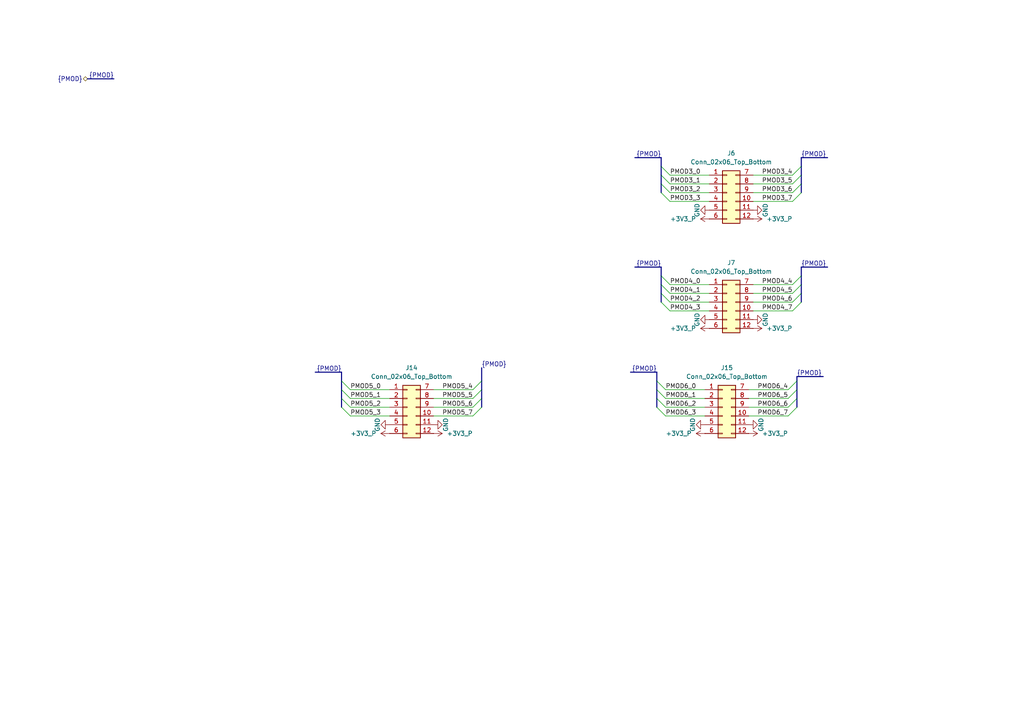
<source format=kicad_sch>
(kicad_sch (version 20250114) (generator "eeschema") (generator_version "9.0")
  (paper "A4")
  (title_block (date "2025-04-18") (rev "${rev}") (company "${name}") (comment 1 "${author}"))
  (lib_symbols
    (symbol "Library_Symbol:+1V0" (power) (pin_numbers (hide yes)) (pin_names (offset 0) (hide yes))
      (property "Value" "+1V0" (at 0 3.556 0))
      (symbol "+1V0_0_1"
        (polyline (pts (xy -0.762 1.27) (xy 0 2.54)))
        (polyline (pts (xy 0 2.54) (xy 0.762 1.27)))
        (polyline (pts (xy 0 0) (xy 0 2.54)))
      )
      (symbol "+1V0_1_1"
        (pin power_in line (at 0 0 90) (length 0) (name "~") (number "1"))
      )
    )
    (symbol "Library_Symbol:Conn_02x06_Top_Bottom" (pin_names (offset 1.016) (hide yes))
      (property "Reference" "J4" (at 1.27 11.43 0))
      (property "Value" "Conn_02x06_Top_Bottom" (at 1.27 8.89 0))
      (symbol "Conn_02x06_Top_Bottom_1_1"
        (rectangle (start -1.27 6.35) (end 3.81 -8.89) (stroke (width 0.254)) (fill (type background)))
        (rectangle (start -1.27 5.207) (end 0 4.953) (stroke (width 0.1524)))
        (rectangle (start -1.27 2.667) (end 0 2.413) (stroke (width 0.1524)))
        (rectangle (start -1.27 0.127) (end 0 -0.127) (stroke (width 0.1524)))
        (rectangle (start -1.27 -2.413) (end 0 -2.667) (stroke (width 0.1524)))
        (rectangle (start -1.27 -4.953) (end 0 -5.207) (stroke (width 0.1524)))
        (rectangle (start -1.27 -7.493) (end 0 -7.747) (stroke (width 0.1524)))
        (rectangle (start 3.81 5.207) (end 2.54 4.953) (stroke (width 0.1524)))
        (rectangle (start 3.81 2.667) (end 2.54 2.413) (stroke (width 0.1524)))
        (rectangle (start 3.81 0.127) (end 2.54 -0.127) (stroke (width 0.1524)))
        (rectangle (start 3.81 -2.413) (end 2.54 -2.667) (stroke (width 0.1524)))
        (rectangle (start 3.81 -4.953) (end 2.54 -5.207) (stroke (width 0.1524)))
        (rectangle (start 3.81 -7.493) (end 2.54 -7.747) (stroke (width 0.1524)))
        (pin passive line (at -5.08 5.08 0) (length 3.81) (name "Pin_1") (number "1"))
        (pin passive line (at -5.08 2.54 0) (length 3.81) (name "Pin_2") (number "2"))
        (pin passive line (at -5.08 0 0) (length 3.81) (name "Pin_3") (number "3"))
        (pin passive line (at -5.08 -2.54 0) (length 3.81) (name "Pin_4") (number "4"))
        (pin passive line (at -5.08 -5.08 0) (length 3.81) (name "Pin_5") (number "5"))
        (pin passive line (at -5.08 -7.62 0) (length 3.81) (name "Pin_6") (number "6"))
        (pin passive line (at 7.62 5.08 180) (length 3.81) (name "Pin_7") (number "7"))
        (pin passive line (at 7.62 2.54 180) (length 3.81) (name "Pin_8") (number "8"))
        (pin passive line (at 7.62 0 180) (length 3.81) (name "Pin_9") (number "9"))
        (pin passive line (at 7.62 -2.54 180) (length 3.81) (name "Pin_10") (number "10"))
        (pin passive line (at 7.62 -5.08 180) (length 3.81) (name "Pin_11") (number "11"))
        (pin passive line (at 7.62 -7.62 180) (length 3.81) (name "Pin_12") (number "12"))
      )
    )
    (symbol "Library_Symbol:GND" (power) (pin_numbers (hide yes)) (pin_names (offset 0) (hide yes))
      (property "Value" "GND" (at 0 -3.81 0))
      (symbol "GND_0_1"
        (polyline (pts (xy 0 0) (xy 0 -1.27) (xy 1.27 -1.27) (xy 0 -2.54) (xy -1.27 -1.27) (xy 0 -1.27)))
      )
      (symbol "GND_1_1"
        (pin power_in line (at 0 0 270) (length 0) (name "~") (number "1"))
      )
    )
  )
  (bus_entry (at 191.77 87.63) (size 2.54 2.54))
  (bus_entry (at 232.41 87.63) (size -2.54 2.54))
  (bus_entry (at 191.77 85.09) (size 2.54 2.54))
  (bus_entry (at 232.41 48.26) (size -2.54 2.54))
  (bus_entry (at 232.41 53.34) (size -2.54 2.54))
  (bus_entry (at 191.77 80.01) (size 2.54 2.54))
  (bus_entry (at 139.7 115.57) (size -2.54 2.54))
  (bus_entry (at 191.77 53.34) (size 2.54 2.54))
  (bus_entry (at 231.14 118.11) (size -2.54 2.54))
  (bus_entry (at 190.5 110.49) (size 2.54 2.54))
  (bus_entry (at 99.06 115.57) (size 2.54 2.54))
  (bus_entry (at 99.06 110.49) (size 2.54 2.54))
  (bus_entry (at 232.41 80.01) (size -2.54 2.54))
  (bus_entry (at 99.06 113.03) (size 2.54 2.54))
  (bus_entry (at 191.77 55.88) (size 2.54 2.54))
  (bus_entry (at 139.7 118.11) (size -2.54 2.54))
  (bus_entry (at 231.14 113.03) (size -2.54 2.54))
  (bus_entry (at 232.41 82.55) (size -2.54 2.54))
  (bus_entry (at 99.06 118.11) (size 2.54 2.54))
  (bus_entry (at 232.41 55.88) (size -2.54 2.54))
  (bus_entry (at 191.77 50.8) (size 2.54 2.54))
  (bus_entry (at 231.14 115.57) (size -2.54 2.54))
  (bus_entry (at 139.7 113.03) (size -2.54 2.54))
  (bus_entry (at 232.41 50.8) (size -2.54 2.54))
  (bus_entry (at 139.7 110.49) (size -2.54 2.54))
  (bus_entry (at 191.77 82.55) (size 2.54 2.54))
  (bus_entry (at 231.14 110.49) (size -2.54 2.54))
  (bus_entry (at 191.77 48.26) (size 2.54 2.54))
  (bus_entry (at 190.5 113.03) (size 2.54 2.54))
  (bus_entry (at 232.41 85.09) (size -2.54 2.54))
  (bus_entry (at 190.5 118.11) (size 2.54 2.54))
  (bus_entry (at 190.5 115.57) (size 2.54 2.54))
  (bus (pts (xy 191.77 80.01) (xy 191.77 82.55)))
  (wire (pts (xy 217.17 118.11) (xy 228.6 118.11)))
  (bus (pts (xy 139.7 106.68) (xy 139.7 110.49)))
  (bus (pts (xy 238.76 109.22) (xy 231.14 109.22)))
  (wire (pts (xy 194.31 90.17) (xy 205.74 90.17)))
  (wire (pts (xy 218.44 85.09) (xy 229.87 85.09)))
  (wire (pts (xy 101.6 120.65) (xy 113.03 120.65)))
  (bus (pts (xy 99.06 110.49) (xy 99.06 113.03)))
  (wire (pts (xy 218.44 58.42) (xy 229.87 58.42)))
  (wire (pts (xy 125.73 120.65) (xy 137.16 120.65)))
  (bus (pts (xy 184.15 77.47) (xy 191.77 77.47)))
  (bus (pts (xy 190.5 107.95) (xy 190.5 110.49)))
  (bus (pts (xy 139.7 115.57) (xy 139.7 118.11)))
  (bus (pts (xy 231.14 110.49) (xy 231.14 113.03)))
  (wire (pts (xy 101.6 113.03) (xy 113.03 113.03)))
  (bus (pts (xy 191.77 82.55) (xy 191.77 85.09)))
  (bus (pts (xy 232.41 82.55) (xy 232.41 85.09)))
  (bus (pts (xy 190.5 113.03) (xy 190.5 115.57)))
  (wire (pts (xy 125.73 113.03) (xy 137.16 113.03)))
  (bus (pts (xy 190.5 110.49) (xy 190.5 113.03)))
  (wire (pts (xy 193.04 118.11) (xy 204.47 118.11)))
  (bus (pts (xy 231.14 109.22) (xy 231.14 110.49)))
  (wire (pts (xy 193.04 115.57) (xy 204.47 115.57)))
  (bus (pts (xy 191.77 53.34) (xy 191.77 55.88)))
  (wire (pts (xy 194.31 50.8) (xy 205.74 50.8)))
  (wire (pts (xy 217.17 113.03) (xy 228.6 113.03)))
  (bus (pts (xy 231.14 115.57) (xy 231.14 118.11)))
  (bus (pts (xy 231.14 113.03) (xy 231.14 115.57)))
  (wire (pts (xy 125.73 118.11) (xy 137.16 118.11)))
  (wire (pts (xy 218.44 87.63) (xy 229.87 87.63)))
  (bus (pts (xy 232.41 45.72) (xy 232.41 48.26)))
  (bus (pts (xy 232.41 80.01) (xy 232.41 82.55)))
  (wire (pts (xy 194.31 58.42) (xy 205.74 58.42)))
  (wire (pts (xy 194.31 85.09) (xy 205.74 85.09)))
  (bus (pts (xy 191.77 85.09) (xy 191.77 87.63)))
  (bus (pts (xy 191.77 50.8) (xy 191.77 53.34)))
  (bus (pts (xy 184.15 45.72) (xy 191.77 45.72)))
  (bus (pts (xy 232.41 50.8) (xy 232.41 53.34)))
  (bus (pts (xy 139.7 113.03) (xy 139.7 115.57)))
  (bus (pts (xy 191.77 77.47) (xy 191.77 80.01)))
  (wire (pts (xy 194.31 82.55) (xy 205.74 82.55)))
  (bus (pts (xy 232.41 77.47) (xy 232.41 80.01)))
  (bus (pts (xy 232.41 48.26) (xy 232.41 50.8)))
  (wire (pts (xy 217.17 120.65) (xy 228.6 120.65)))
  (bus (pts (xy 191.77 48.26) (xy 191.77 50.8)))
  (wire (pts (xy 194.31 87.63) (xy 205.74 87.63)))
  (wire (pts (xy 125.73 115.57) (xy 137.16 115.57)))
  (wire (pts (xy 101.6 115.57) (xy 113.03 115.57)))
  (bus (pts (xy 182.88 107.95) (xy 190.5 107.95)))
  (wire (pts (xy 193.04 120.65) (xy 204.47 120.65)))
  (bus (pts (xy 99.06 113.03) (xy 99.06 115.57)))
  (bus (pts (xy 232.41 85.09) (xy 232.41 87.63)))
  (wire (pts (xy 218.44 55.88) (xy 229.87 55.88)))
  (wire (pts (xy 194.31 55.88) (xy 205.74 55.88)))
  (wire (pts (xy 193.04 113.03) (xy 204.47 113.03)))
  (bus (pts (xy 99.06 115.57) (xy 99.06 118.11)))
  (bus (pts (xy 99.06 107.95) (xy 99.06 110.49)))
  (bus (pts (xy 191.77 45.72) (xy 191.77 48.26)))
  (bus (pts (xy 232.41 53.34) (xy 232.41 55.88)))
  (wire (pts (xy 218.44 90.17) (xy 229.87 90.17)))
  (bus (pts (xy 240.03 77.47) (xy 232.41 77.47)))
  (bus (pts (xy 91.44 107.95) (xy 99.06 107.95)))
  (wire (pts (xy 218.44 53.34) (xy 229.87 53.34)))
  (bus (pts (xy 25.4 22.86) (xy 33.02 22.86)))
  (bus (pts (xy 139.7 110.49) (xy 139.7 113.03)))
  (wire (pts (xy 218.44 82.55) (xy 229.87 82.55)))
  (wire (pts (xy 101.6 118.11) (xy 113.03 118.11)))
  (wire (pts (xy 194.31 53.34) (xy 205.74 53.34)))
  (bus (pts (xy 190.5 115.57) (xy 190.5 118.11)))
  (wire (pts (xy 217.17 115.57) (xy 228.6 115.57)))
  (wire (pts (xy 218.44 50.8) (xy 229.87 50.8)))
  (bus (pts (xy 240.03 45.72) (xy 232.41 45.72)))
  (label "PMOD4_7" (at 229.87 90.17 180))
  (label "PMOD6_4" (at 228.6 113.03 180))
  (label "PMOD6_6" (at 228.6 118.11 180))
  (label "PMOD4_5" (at 229.87 85.09 180))
  (label "{PMOD}" (at 232.41 45.72 0))
  (label "PMOD6_3" (at 193.04 120.65 0))
  (label "PMOD4_6" (at 229.87 87.63 180))
  (label "PMOD4_0" (at 194.31 82.55 0))
  (label "PMOD6_5" (at 228.6 115.57 180))
  (label "{PMOD}" (at 232.41 77.47 0))
  (label "PMOD5_7" (at 137.16 120.65 180))
  (label "PMOD5_6" (at 137.16 118.11 180))
  (label "PMOD3_7" (at 229.87 58.42 180))
  (label "PMOD6_2" (at 193.04 118.11 0))
  (label "PMOD3_1" (at 194.31 53.34 0))
  (label "PMOD4_1" (at 194.31 85.09 0))
  (label "PMOD6_0" (at 193.04 113.03 0))
  (label "{PMOD}" (at 191.77 77.47 180))
  (label "PMOD3_0" (at 194.31 50.8 0))
  (label "PMOD6_1" (at 193.04 115.57 0))
  (label "{PMOD}" (at 231.14 109.22 0))
  (label "PMOD3_6" (at 229.87 55.88 180))
  (label "{PMOD}" (at 191.77 45.72 180))
  (label "PMOD4_3" (at 194.31 90.17 0))
  (label "PMOD3_2" (at 194.31 55.88 0))
  (label "PMOD3_5" (at 229.87 53.34 180))
  (label "PMOD4_4" (at 229.87 82.55 180))
  (label "{PMOD}" (at 33.02 22.86 180))
  (label "PMOD5_5" (at 137.16 115.57 180))
  (label "PMOD5_1" (at 101.6 115.57 0))
  (label "{PMOD}" (at 190.5 107.95 180))
  (label "{PMOD}" (at 99.06 107.95 180))
  (label "PMOD3_3" (at 194.31 58.42 0))
  (label "PMOD5_2" (at 101.6 118.11 0))
  (label "PMOD5_4" (at 137.16 113.03 180))
  (label "PMOD5_3" (at 101.6 120.65 0))
  (label "PMOD3_4" (at 229.87 50.8 180))
  (label "PMOD4_2" (at 194.31 87.63 0))
  (label "PMOD5_0" (at 101.6 113.03 0))
  (label "{PMOD}" (at 139.7 106.68 0))
  (label "PMOD6_7" (at 228.6 120.65 180))
  (hierarchical_label "{PMOD}" (shape bidirectional) (at 25.4 22.86 180))
  (symbol (lib_id "Library_Symbol:Conn_02x06_Top_Bottom") (at 210.82 55.88 0) (unit 1)
    (property "Reference" "J6" (at 212.09 44.45 0))
    (property "Value" "Conn_02x06_Top_Bottom" (at 212.09 46.99 0))
    (property "Footprint" "Footprint:PinSocket_2x06_P2.54mm_Horizontal_PMOD" (effects (hide yes)))
    (property "Description" "Generic connector, double row, 02x06, top/bottom pin numbering scheme (row 1: 1...pins_per_row, row2: pins_per_row+1 ... num_pins), script generated (kicad-library-utils/schlib/autogen/connector/)" (effects (hide yes)))
  )
  (symbol (lib_id "Library_Symbol:Conn_02x06_Top_Bottom") (at 210.82 87.63 0) (unit 1)
    (property "Reference" "J7" (at 212.09 76.2 0))
    (property "Value" "Conn_02x06_Top_Bottom" (at 212.09 78.74 0))
    (property "Footprint" "Footprint:PinSocket_2x06_P2.54mm_Horizontal_PMOD" (effects (hide yes)))
    (property "Description" "Generic connector, double row, 02x06, top/bottom pin numbering scheme (row 1: 1...pins_per_row, row2: pins_per_row+1 ... num_pins), script generated (kicad-library-utils/schlib/autogen/connector/)" (effects (hide yes)))
  )
  (symbol (lib_id "Library_Symbol:+1V0") (at 204.47 125.73 90) (unit 1)
    (property "Reference" "#PWR0331" (effects (hide yes)))
    (property "Value" "+3V3_P" (at 196.85 125.73 90))
    (property "Description" "Power symbol creates a global label with name \"+1V0\"" (effects (hide yes)))
  )
  (symbol (lib_id "Library_Symbol:+1V0") (at 217.17 125.73 270) (mirror x) (unit 1)
    (property "Reference" "#PWR0333" (effects (hide yes)))
    (property "Value" "+3V3_P" (at 224.79 125.73 90))
    (property "Description" "Power symbol creates a global label with name \"+1V0\"" (effects (hide yes)))
  )
  (symbol (lib_id "Library_Symbol:GND") (at 218.44 60.96 90) (unit 1)
    (property "Reference" "#PWR0154" (effects (hide yes)))
    (property "Value" "GND" (at 221.996 60.96 0))
    (property "Description" "Power symbol creates a global label with name \"GND\" , ground" (effects (hide yes)))
  )
  (symbol (lib_id "Library_Symbol:+1V0") (at 218.44 95.25 270) (mirror x) (unit 1)
    (property "Reference" "#PWR0162" (effects (hide yes)))
    (property "Value" "+3V3_P" (at 226.06 95.25 90))
    (property "Description" "Power symbol creates a global label with name \"+1V0\"" (effects (hide yes)))
  )
  (symbol (lib_id "Library_Symbol:GND") (at 217.17 123.19 90) (unit 1)
    (property "Reference" "#PWR0332" (effects (hide yes)))
    (property "Value" "GND" (at 220.726 123.19 0))
    (property "Description" "Power symbol creates a global label with name \"GND\" , ground" (effects (hide yes)))
  )
  (symbol (lib_id "Library_Symbol:GND") (at 205.74 92.71 270) (unit 1)
    (property "Reference" "#PWR0157" (effects (hide yes)))
    (property "Value" "GND" (at 202.184 92.71 0))
    (property "Description" "Power symbol creates a global label with name \"GND\" , ground" (effects (hide yes)))
  )
  (symbol (lib_id "Library_Symbol:Conn_02x06_Top_Bottom") (at 118.11 118.11 0) (unit 1)
    (property "Reference" "J14" (at 119.38 106.68 0))
    (property "Value" "Conn_02x06_Top_Bottom" (at 119.38 109.22 0))
    (property "Footprint" "Footprint:PinSocket_2x06_P2.54mm_Horizontal_PMOD" (effects (hide yes)))
    (property "Description" "Generic connector, double row, 02x06, top/bottom pin numbering scheme (row 1: 1...pins_per_row, row2: pins_per_row+1 ... num_pins), script generated (kicad-library-utils/schlib/autogen/connector/)" (effects (hide yes)))
  )
  (symbol (lib_id "Library_Symbol:Conn_02x06_Top_Bottom") (at 209.55 118.11 0) (unit 1)
    (property "Reference" "J15" (at 210.82 106.68 0))
    (property "Value" "Conn_02x06_Top_Bottom" (at 210.82 109.22 0))
    (property "Footprint" "Footprint:PinSocket_2x06_P2.54mm_Horizontal_PMOD" (effects (hide yes)))
    (property "Description" "Generic connector, double row, 02x06, top/bottom pin numbering scheme (row 1: 1...pins_per_row, row2: pins_per_row+1 ... num_pins), script generated (kicad-library-utils/schlib/autogen/connector/)" (effects (hide yes)))
  )
  (symbol (lib_id "Library_Symbol:+1V0") (at 205.74 95.25 90) (unit 1)
    (property "Reference" "#PWR0161" (effects (hide yes)))
    (property "Value" "+3V3_P" (at 198.12 95.25 90))
    (property "Description" "Power symbol creates a global label with name \"+1V0\"" (effects (hide yes)))
  )
  (symbol (lib_id "Library_Symbol:+1V0") (at 218.44 63.5 270) (mirror x) (unit 1)
    (property "Reference" "#PWR0164" (effects (hide yes)))
    (property "Value" "+3V3_P" (at 226.06 63.5 90))
    (property "Description" "Power symbol creates a global label with name \"+1V0\"" (effects (hide yes)))
  )
  (symbol (lib_id "Library_Symbol:GND") (at 125.73 123.19 90) (unit 1)
    (property "Reference" "#PWR0328" (effects (hide yes)))
    (property "Value" "GND" (at 129.286 123.19 0))
    (property "Description" "Power symbol creates a global label with name \"GND\" , ground" (effects (hide yes)))
  )
  (symbol (lib_id "Library_Symbol:GND") (at 218.44 92.71 90) (unit 1)
    (property "Reference" "#PWR0158" (effects (hide yes)))
    (property "Value" "GND" (at 221.996 92.71 0))
    (property "Description" "Power symbol creates a global label with name \"GND\" , ground" (effects (hide yes)))
  )
  (symbol (lib_id "Library_Symbol:+1V0") (at 113.03 125.73 90) (unit 1)
    (property "Reference" "#PWR0327" (effects (hide yes)))
    (property "Value" "+3V3_P" (at 105.41 125.73 90))
    (property "Description" "Power symbol creates a global label with name \"+1V0\"" (effects (hide yes)))
  )
  (symbol (lib_id "Library_Symbol:+1V0") (at 125.73 125.73 270) (mirror x) (unit 1)
    (property "Reference" "#PWR0329" (effects (hide yes)))
    (property "Value" "+3V3_P" (at 133.35 125.73 90))
    (property "Description" "Power symbol creates a global label with name \"+1V0\"" (effects (hide yes)))
  )
  (symbol (lib_id "Library_Symbol:GND") (at 113.03 123.19 270) (unit 1)
    (property "Reference" "#PWR0326" (effects (hide yes)))
    (property "Value" "GND" (at 109.474 123.19 0))
    (property "Description" "Power symbol creates a global label with name \"GND\" , ground" (effects (hide yes)))
  )
  (symbol (lib_id "Library_Symbol:GND") (at 204.47 123.19 270) (unit 1)
    (property "Reference" "#PWR0330" (effects (hide yes)))
    (property "Value" "GND" (at 200.914 123.19 0))
    (property "Description" "Power symbol creates a global label with name \"GND\" , ground" (effects (hide yes)))
  )
  (symbol (lib_id "Library_Symbol:+1V0") (at 205.74 63.5 90) (unit 1)
    (property "Reference" "#PWR0163" (effects (hide yes)))
    (property "Value" "+3V3_P" (at 198.12 63.5 90))
    (property "Description" "Power symbol creates a global label with name \"+1V0\"" (effects (hide yes)))
  )
  (symbol (lib_id "Library_Symbol:GND") (at 205.74 60.96 270) (unit 1)
    (property "Reference" "#PWR0153" (effects (hide yes)))
    (property "Value" "GND" (at 202.184 60.96 0))
    (property "Description" "Power symbol creates a global label with name \"GND\" , ground" (effects (hide yes)))
  )
)
</source>
